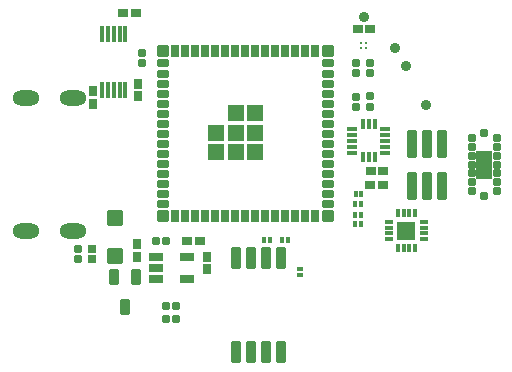
<source format=gts>
G04 Layer: TopSolderMaskLayer*
G04 Panelize: , Column: 1, Row: 1, Board Size: 43.14mm x 33.02mm, Panelized Board Size: 43.14mm x 33.02mm*
G04 EasyEDA v6.5.37, 2023-11-04 14:50:19*
G04 5fb9839a784f4b4dba235304687c7bf2,9a4ed40c0dd746429eaf55b84663d2fb,10*
G04 Gerber Generator version 0.2*
G04 Scale: 100 percent, Rotated: No, Reflected: No *
G04 Dimensions in millimeters *
G04 leading zeros omitted , absolute positions ,4 integer and 5 decimal *
%FSLAX45Y45*%
%MOMM*%

%AMMACRO1*1,1,$1,$2,$3*1,1,$1,$4,$5*1,1,$1,0-$2,0-$3*1,1,$1,0-$4,0-$5*20,1,$1,$2,$3,$4,$5,0*20,1,$1,$4,$5,0-$2,0-$3,0*20,1,$1,0-$2,0-$3,0-$4,0-$5,0*20,1,$1,0-$4,0-$5,$2,$3,0*4,1,4,$2,$3,$4,$5,0-$2,0-$3,0-$4,0-$5,$2,$3,0*%
%AMMACRO2*4,1,4,-0.301,-0.5016,-0.301,0.5016,0.301,0.5016,0.301,-0.5016,-0.301,-0.5016,0*%
%AMMACRO3*4,1,4,-0.3023,-0.5016,-0.3023,0.5016,0.3023,0.5016,0.3023,-0.5016,-0.3023,-0.5016,0*%
%ADD10MACRO1,0.2032X-0.5999X0.5999X0.5999X0.5999*%
%ADD11O,2.3015956X1.3015976000000002*%
%ADD12C,0.9000*%
%ADD13MACRO1,0.1016X-0.35X0.625X0.35X0.625*%
%ADD14MACRO1,0.1016X0.1516X0.162X0.1516X-0.162*%
%ADD15MACRO1,0.1016X-0.1516X0.162X-0.1516X-0.162*%
%ADD16MACRO1,0.1016X-0.27X0.395X0.27X0.395*%
%ADD17MACRO1,0.1016X-0.27X-0.395X0.27X-0.395*%
%ADD18MACRO1,0.1016X-0.5525X0.3111X-0.5525X-0.3111*%
%ADD19MACRO1,0.1016X-0.5525X0.3112X-0.5525X-0.3112*%
%ADD20MACRO1,0.1016X-0.5524X0.3111X-0.5524X-0.3111*%
%ADD21MACRO1,0.1016X-0.2828X-0.27X-0.2828X0.27*%
%ADD22MACRO1,0.1016X0.2828X-0.27X0.2828X0.27*%
%ADD23MACRO1,0.1016X0.27X-0.2828X-0.27X-0.2828*%
%ADD24MACRO1,0.1016X0.27X0.2828X-0.27X0.2828*%
%ADD25MACRO1,0.1016X-0.395X-0.27X-0.395X0.27*%
%ADD26MACRO1,0.1016X0.395X-0.27X0.395X0.27*%
%ADD27MACRO1,0.1016X0.2828X0.27X0.2828X-0.27*%
%ADD28MACRO1,0.1016X-0.2828X0.27X-0.2828X-0.27*%
%ADD29MACRO1,0.1016X-0.6X-0.6X-0.6X0.6*%
%ADD30MACRO1,0.1X0.3X0.25X0.3X-0.25*%
%ADD31MACRO1,0.03X-0.15X0.65X0.15X0.65*%
%ADD32MACRO1,0.1016X-0.15X0.65X0.15X0.65*%
%ADD33MACRO1,0.1016X0.395X0.27X0.395X-0.27*%
%ADD34MACRO1,0.1016X-0.395X0.27X-0.395X-0.27*%
%ADD35MACRO1,0.1016X0.27X-0.395X-0.27X-0.395*%
%ADD36MACRO1,0.1016X0.27X0.395X-0.27X0.395*%
%ADD37MACRO1,0.1016X0.125X-0.3X-0.125X-0.3*%
%ADD38MACRO1,0.1016X0.3X0.125X0.3X-0.125*%
%ADD39MACRO1,0.1016X-0.125X0.3X0.125X0.3*%
%ADD40MACRO1,0.1016X-0.3X-0.125X-0.3X0.125*%
%ADD41MACRO1,0.1016X-0.75X-0.75X-0.75X0.75*%
%ADD42MACRO1,0.1016X-0.27X0.2828X0.27X0.2828*%
%ADD43MACRO1,0.1016X-0.27X-0.2828X0.27X-0.2828*%
%ADD44MACRO1,0.1016X-0.162X0.1516X0.162X0.1516*%
%ADD45MACRO1,0.1016X-0.162X-0.1516X0.162X-0.1516*%
%ADD46MACRO1,0.1016X-0.1516X-0.162X-0.1516X0.162*%
%ADD47MACRO1,0.1016X0.1516X-0.162X0.1516X0.162*%
%ADD48MACRO1,0.1016X-0.3556X0.8703X0.3556X0.8703*%
%ADD49O,0.9015984X0.38160960000000005*%
%ADD50O,0.38160960000000005X0.9015984*%
%ADD51MACRO1,0.2032X-0.4001X0.4001X0.4001X0.4001*%
%ADD52MACRO2*%
%ADD53MACRO3*%
%ADD54MACRO1,0.2032X-0.4X0.4001X0.4X0.4001*%
%ADD55MACRO1,0.2032X-0.4X0.2X0.4X0.2*%
%ADD56MACRO1,0.2032X-0.4001X0.2X0.4001X0.2*%
%ADD57C,0.3016*%
%ADD58MACRO1,0.1016X0.37X1.1X0.37X-1.1*%
%ADD59MACRO1,0.1X0.25X0.25X0.25X-0.25*%
%ADD60MACRO1,0.1X0.6X1.158X0.6X-1.158*%
%ADD61C,0.0178*%

%LPD*%
D10*
G01*
X52250Y1011948D03*
G01*
X52250Y846950D03*
G01*
X217248Y846950D03*
G01*
X382247Y846950D03*
G01*
X382247Y1011948D03*
G01*
X382247Y1176947D03*
G01*
X217248Y1176947D03*
G01*
X217248Y1011948D03*
D11*
G01*
X-1160447Y181907D03*
G01*
X-1560446Y181907D03*
G01*
X-1160447Y1305882D03*
G01*
X-1560446Y1305882D03*
D12*
G01*
X1562254Y1730265D03*
G01*
X1300609Y1991885D03*
G01*
X1823900Y1249697D03*
G01*
X1661695Y1582234D03*
D13*
G01*
X-720519Y-460662D03*
G01*
X-815515Y-210726D03*
G01*
X-625523Y-210726D03*
D14*
G01*
X1230937Y239107D03*
D15*
G01*
X1279248Y239107D03*
D14*
G01*
X1230175Y318101D03*
D15*
G01*
X1278486Y318101D03*
D14*
G01*
X1229413Y411065D03*
D15*
G01*
X1277724Y411065D03*
D14*
G01*
X1232715Y497171D03*
D15*
G01*
X1281026Y497171D03*
D16*
G01*
X-992886Y1258166D03*
D17*
G01*
X-992886Y1367177D03*
D18*
G01*
X-195879Y-225783D03*
D19*
G01*
X-195879Y-35834D03*
D18*
G01*
X-455884Y-35831D03*
G01*
X-455884Y-130746D03*
D20*
G01*
X-455881Y-225778D03*
D21*
G01*
X-370737Y100076D03*
D22*
G01*
X-457302Y100076D03*
D23*
G01*
X-1117854Y30328D03*
D24*
G01*
X-1117854Y-56236D03*
D25*
G01*
X-86464Y99568D03*
D26*
G01*
X-195475Y99568D03*
D21*
G01*
X-288441Y-452373D03*
D22*
G01*
X-375006Y-452373D03*
D27*
G01*
X-376784Y-567689D03*
D28*
G01*
X-290219Y-567689D03*
D16*
G01*
X-618997Y-34947D03*
D17*
G01*
X-618997Y74063D03*
D29*
G01*
X-801629Y289285D03*
G01*
X-801629Y-30713D03*
D30*
G01*
X-997965Y-52193D03*
G01*
X-997965Y27809D03*
D31*
G01*
X-916769Y1377092D03*
G01*
X-866782Y1377094D03*
G01*
X-816795Y1377094D03*
G01*
X-766782Y1377094D03*
G01*
X-716770Y1377094D03*
D32*
G01*
X-716795Y1847093D03*
G01*
X-766782Y1847093D03*
G01*
X-816770Y1847093D03*
G01*
X-866782Y1847093D03*
G01*
X-916795Y1847093D03*
D33*
G01*
X1248305Y1893945D03*
D34*
G01*
X1357317Y1893945D03*
D35*
G01*
X-25064Y-35201D03*
D36*
G01*
X-25064Y-144213D03*
D35*
G01*
X-606978Y1429870D03*
D36*
G01*
X-606978Y1320858D03*
D37*
G01*
X1587647Y35145D03*
G01*
X1637647Y35143D03*
G01*
X1687647Y35145D03*
G01*
X1737647Y35145D03*
D38*
G01*
X1812495Y110347D03*
G01*
X1812495Y160347D03*
G01*
X1812493Y210347D03*
G01*
X1812495Y260347D03*
D39*
G01*
X1737494Y335140D03*
G01*
X1687494Y335140D03*
G01*
X1637494Y335140D03*
G01*
X1587647Y335142D03*
D40*
G01*
X1512496Y260347D03*
G01*
X1512493Y210347D03*
G01*
X1512496Y160347D03*
G01*
X1512496Y110347D03*
D41*
G01*
X1662496Y185140D03*
D23*
G01*
X-578022Y1691189D03*
D24*
G01*
X-578022Y1604623D03*
D25*
G01*
X1467589Y689564D03*
D26*
G01*
X1358577Y689564D03*
D42*
G01*
X1235268Y1232548D03*
D43*
G01*
X1235268Y1319114D03*
D42*
G01*
X1352362Y1233818D03*
D43*
G01*
X1352362Y1320384D03*
D25*
G01*
X1465557Y572470D03*
D26*
G01*
X1356545Y572470D03*
D44*
G01*
X757935Y-192557D03*
D45*
G01*
X757935Y-144246D03*
D14*
G01*
X607034Y106680D03*
D15*
G01*
X655345Y106680D03*
D46*
G01*
X506755Y105918D03*
D47*
G01*
X458444Y105918D03*
D48*
G01*
X215646Y-845553D03*
G01*
X342646Y-845553D03*
G01*
X469646Y-845553D03*
G01*
X596646Y-845553D03*
G01*
X596646Y-46494D03*
G01*
X469646Y-46494D03*
G01*
X342646Y-46494D03*
G01*
X215646Y-46494D03*
D49*
G01*
X1481889Y844618D03*
G01*
X1481889Y894631D03*
G01*
X1481889Y944618D03*
G01*
X1481889Y994630D03*
G01*
X1481889Y1044618D03*
D50*
G01*
X1391871Y1084623D03*
G01*
X1341884Y1084623D03*
G01*
X1291871Y1084623D03*
D49*
G01*
X1201879Y1044618D03*
G01*
X1201879Y994630D03*
G01*
X1201879Y944618D03*
G01*
X1201879Y894631D03*
G01*
X1201879Y844618D03*
D50*
G01*
X1291871Y804638D03*
G01*
X1341884Y804638D03*
G01*
X1391871Y804638D03*
D51*
G01*
X-402991Y1704319D03*
D52*
G01*
X-297990Y1704306D03*
D53*
G01*
X-213027Y1704306D03*
G01*
X-127937Y1704306D03*
D52*
G01*
X-42974Y1704306D03*
D53*
G01*
X41988Y1704306D03*
D52*
G01*
X126951Y1704306D03*
G01*
X212041Y1704306D03*
G01*
X381967Y1704306D03*
D53*
G01*
X297004Y1704306D03*
D52*
G01*
X467057Y1704306D03*
D53*
G01*
X552020Y1704306D03*
D52*
G01*
X636983Y1704306D03*
G01*
X722073Y1704306D03*
D53*
G01*
X807036Y1704306D03*
D52*
G01*
X891999Y1704306D03*
D54*
G01*
X997005Y1704319D03*
D55*
G01*
X997005Y1599316D03*
G01*
X997005Y1514327D03*
G01*
X997005Y1429313D03*
G01*
X997005Y1344325D03*
G01*
X997005Y1259311D03*
G01*
X997005Y1174323D03*
G01*
X997005Y1089309D03*
G01*
X997005Y1004321D03*
G01*
X997005Y919332D03*
G01*
X997005Y834318D03*
G01*
X997005Y749330D03*
G01*
X997005Y664316D03*
G01*
X997005Y579328D03*
G01*
X997005Y494314D03*
G01*
X997005Y409326D03*
D54*
G01*
X997005Y304322D03*
D52*
G01*
X891999Y304258D03*
D53*
G01*
X807036Y304258D03*
D52*
G01*
X722073Y304258D03*
G01*
X636983Y304258D03*
D53*
G01*
X552020Y304258D03*
D52*
G01*
X467057Y304258D03*
G01*
X381967Y304258D03*
D53*
G01*
X297004Y304258D03*
D52*
G01*
X212041Y304258D03*
G01*
X126951Y304258D03*
D53*
G01*
X41988Y304258D03*
D52*
G01*
X-42974Y304258D03*
D53*
G01*
X-127937Y304258D03*
G01*
X-213027Y304258D03*
D52*
G01*
X-297990Y304258D03*
D51*
G01*
X-402991Y304322D03*
D56*
G01*
X-402991Y409326D03*
G01*
X-402991Y494314D03*
G01*
X-402991Y579328D03*
G01*
X-402991Y664316D03*
G01*
X-402991Y749330D03*
G01*
X-402991Y834318D03*
G01*
X-402991Y919332D03*
G01*
X-402991Y1004321D03*
G01*
X-402991Y1089309D03*
G01*
X-402991Y1174323D03*
G01*
X-402991Y1259311D03*
G01*
X-402991Y1344325D03*
G01*
X-402991Y1429313D03*
G01*
X-402991Y1599316D03*
G01*
X-402991Y1514327D03*
D57*
G01*
X1318262Y1771515D03*
G01*
X1318262Y1731535D03*
G01*
X1278282Y1771515D03*
G01*
X1278282Y1731535D03*
D42*
G01*
X1236553Y1514961D03*
D43*
G01*
X1236553Y1601527D03*
D42*
G01*
X1356441Y1514707D03*
D43*
G01*
X1356441Y1601273D03*
D33*
G01*
X-740224Y2030176D03*
D34*
G01*
X-631212Y2030176D03*
D58*
G01*
X1960880Y920663D03*
G01*
X1960880Y560664D03*
G01*
X1833880Y920663D03*
G01*
X1833880Y560664D03*
G01*
X1706880Y920663D03*
G01*
X1706880Y560664D03*
D59*
G01*
X2217464Y518963D03*
G01*
X2217464Y593965D03*
G01*
X2217464Y668963D03*
G01*
X2217464Y743964D03*
G01*
X2217464Y818963D03*
G01*
X2217464Y893964D03*
G01*
X2217464Y968963D03*
G01*
X2322465Y478963D03*
D60*
G01*
X2322466Y743966D03*
D59*
G01*
X2322465Y1008962D03*
G01*
X2427464Y518963D03*
G01*
X2427464Y593965D03*
G01*
X2427464Y668963D03*
G01*
X2427464Y743964D03*
G01*
X2427464Y818963D03*
G01*
X2427464Y893964D03*
G01*
X2427464Y968963D03*
M02*

</source>
